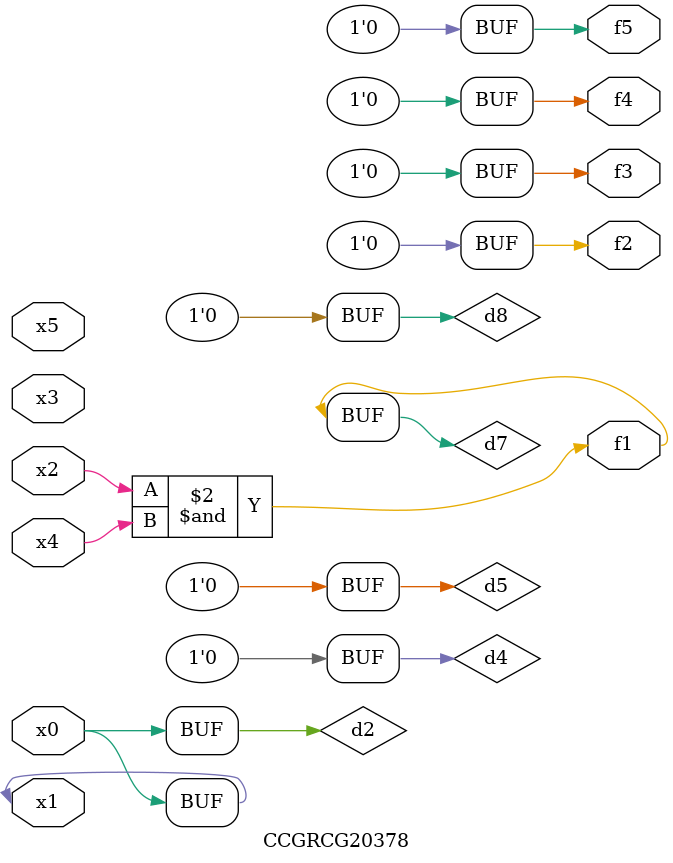
<source format=v>
module CCGRCG20378(
	input x0, x1, x2, x3, x4, x5,
	output f1, f2, f3, f4, f5
);

	wire d1, d2, d3, d4, d5, d6, d7, d8, d9;

	nand (d1, x1);
	buf (d2, x0, x1);
	nand (d3, x2, x4);
	and (d4, d1, d2);
	and (d5, d1, d2);
	nand (d6, d1, d3);
	not (d7, d3);
	xor (d8, d5);
	nor (d9, d5, d6);
	assign f1 = d7;
	assign f2 = d8;
	assign f3 = d8;
	assign f4 = d8;
	assign f5 = d8;
endmodule

</source>
